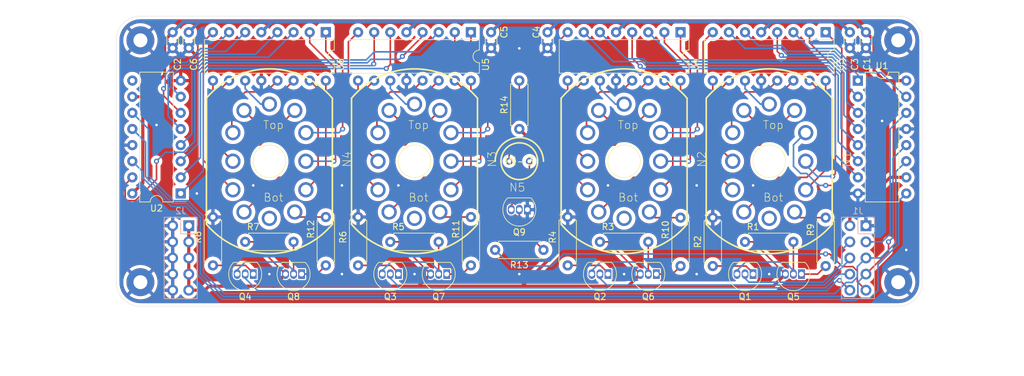
<source format=kicad_pcb>
(kicad_pcb (version 20211014) (generator pcbnew)
  (layers (0 "F.Cu" signal) (31 "B.Cu" signal) (34 "B.Paste" user) (35 "F.Paste" user) (36 "B.SilkS" user "B.Silkscreen") (37 "F.SilkS" user "F.Silkscreen") (38 "B.Mask" user) (39 "F.Mask" user) (44 "Edge.Cuts" user))
  (net 0 "")
  (net 1 "GND")
  (net 3 "Net-(Q1-Pad1)")
  (net 4 "Net-(Q2-Pad1)")
  (net 5 "Net-(N1-PadA)")
  (net 6 "Net-(N1-Pad9)")
  (net 7 "Net-(N1-Pad8)")
  (net 8 "Net-(N1-Pad7)")
  (net 9 "Net-(N1-Pad6)")
  (net 10 "Net-(N1-Pad5)")
  (net 11 "Net-(N1-Pad4)")
  (net 12 "Net-(N1-Pad3)")
  (net 13 "Net-(N1-Pad2)")
  (net 14 "Net-(N1-Pad1)")
  (net 15 "Net-(N1-Pad0)")
  (net 17 "Net-(N2-Pad1)")
  (net 18 "Net-(N2-Pad2)")
  (net 19 "Net-(N2-Pad3)")
  (net 20 "Net-(N2-Pad4)")
  (net 21 "Net-(N2-Pad5)")
  (net 22 "Net-(N2-Pad6)")
  (net 23 "Net-(N2-Pad7)")
  (net 24 "Net-(N2-Pad8)")
  (net 25 "Net-(N2-Pad9)")
  (net 26 "Net-(N2-Pad0)")
  (net 27 "Net-(U2-Pad15)")
  (net 28 "Net-(U2-Pad7)")
  (net 29 "Net-(U2-Pad6)")
  (net 30 "Net-(N2-PadA)")
  (net 31 "Net-(U2-Pad5)")
  (net 33 "Net-(U2-Pad4)")
  (net 34 "Net-(N3-Pad1)")
  (net 35 "Net-(U2-Pad3)")
  (net 36 "Net-(N3-Pad2)")
  (net 37 "Net-(U2-Pad2)")
  (net 38 "Net-(N3-Pad3)")
  (net 39 "Net-(U2-Pad1)")
  (net 40 "Net-(N3-PadA)")
  (net 41 "Net-(N3-Pad4)")
  (net 42 "Net-(N3-Pad5)")
  (net 43 "Net-(N3-Pad6)")
  (net 44 "Net-(N3-Pad7)")
  (net 45 "Net-(N3-Pad8)")
  (net 46 "Net-(N3-Pad9)")
  (net 48 "Net-(N4-Pad1)")
  (net 49 "Net-(N4-Pad2)")
  (net 50 "Net-(N3-Pad0)")
  (net 51 "Net-(N4-PadA)")
  (net 52 "Net-(N4-Pad3)")
  (net 53 "Net-(N4-Pad4)")
  (net 54 "Net-(N4-Pad5)")
  (net 55 "Net-(N4-Pad6)")
  (net 56 "Net-(N4-Pad7)")
  (net 57 "Net-(N4-Pad8)")
  (net 58 "Net-(N4-Pad9)")
  (net 59 "Net-(N4-Pad0)")
  (net 60 "+5V")
  (net 61 "Net-(Q1-Pad3)")
  (net 62 "Net-(Q2-Pad3)")
  (net 63 "Net-(Q3-Pad1)")
  (net 64 "Net-(Q3-Pad3)")
  (net 65 "Net-(Q4-Pad1)")
  (net 66 "Net-(Q4-Pad3)")
  (net 67 "Net-(Q5-Pad1)")
  (net 68 "Net-(Q6-Pad1)")
  (net 69 "Net-(Q7-Pad1)")
  (net 70 "Net-(Q8-Pad1)")
  (net 71 "Net-(U1-Pad15)")
  (net 72 "Net-(U1-Pad7)")
  (net 73 "Net-(U1-Pad6)")
  (net 74 "+170V")
  (net 75 "Net-(U1-Pad5)")
  (net 76 "EN1")
  (net 77 "Net-(U1-Pad4)")
  (net 78 "EN2")
  (net 79 "Net-(U1-Pad3)")
  (net 80 "EN3")
  (net 81 "Net-(U1-Pad2)")
  (net 82 "Net-(U1-Pad9)")
  (net 83 "Net-(U1-Pad1)")
  (net 84 "Net-(N5-PadK)")
  (net 85 "Net-(Q9-Pad2)")
  (net 86 "EN4")
  (net 88 "EN5")
  (net 89 "SRCLK")
  (net 90 "SER")
  (net 91 "Net-(N5-PadA)")
  (net 92 "RCLK")
  (footprint "nixie_clock:nixies-us-IN-12-DSUB" (layer "F.Cu") (at 152.4 99.06)
    (fp_text reference "N1")
    (fp_text value "IN-2")
  )
  (footprint "nixie_clock:nixies-us-IN-12-DSUB" (layer "F.Cu") (at 129.54 99.06)
    (fp_text reference "N2")
    (fp_text value "IN-2")
  )
  (footprint "nixie_clock:nixies-us-IN-12-DSUB" (layer "F.Cu") (at 96.52 99.06)
    (fp_text reference "N3")
    (fp_text value "IN-2")
  )
  (footprint "nixie_clock:nixies-us-IN-12-DSUB" (layer "F.Cu") (at 73.66 99.06)
    (fp_text reference "N4")
    (fp_text value "IN-2")
  )
  (footprint "Package_TO_SOT_THT:TO-92_Inline" (layer "F.Cu") (at 149.86 116.84 180)
    (fp_text reference "Q1")
    (fp_text value "MPSA42")
  )
  (footprint "Package_TO_SOT_THT:TO-92_Inline" (layer "F.Cu") (at 157.48 116.84 180)
    (fp_text reference "Q5")
    (fp_text value "MPSA92")
  )
  (footprint "Resistor_THT:R_Axial_DIN0207_L6.3mm_D2.5mm_P7.62mm_Horizontal" (layer "F.Cu") (at 143.51 115.57 90)
    (fp_text reference "R2")
    (fp_text value "10k")
  )
  (footprint "Resistor_THT:R_Axial_DIN0207_L6.3mm_D2.5mm_P7.62mm_Horizontal" (layer "F.Cu") (at 138.43 115.57 90)
    (fp_text reference "R10")
    (fp_text value "10k")
  )
  (footprint "Package_DIP:DIP-16_W7.62mm" (layer "F.Cu") (at 59.69 104.14 180)
    (fp_text reference "U2")
    (fp_text value "74HC595")
  )
  (footprint "Package_DIP:DIP-16_W7.62mm" (layer "F.Cu") (at 161.29 78.74 -90)
    (fp_text reference "U3")
    (fp_text value "74141")
  )
  (footprint "Package_DIP:DIP-16_W7.62mm" (layer "F.Cu") (at 138.43 78.74 -90)
    (fp_text reference "U4")
    (fp_text value "74141")
  )
  (footprint "Package_DIP:DIP-16_W7.62mm" (layer "F.Cu") (at 105.41 78.74 -90)
    (fp_text reference "U5")
    (fp_text value "74141")
  )
  (footprint "Package_DIP:DIP-16_W7.62mm" (layer "F.Cu") (at 82.55 78.74 -90)
    (fp_text reference "U6")
    (fp_text value "74141")
  )
  (footprint "Resistor_THT:R_Axial_DIN0207_L6.3mm_D2.5mm_P7.62mm_Horizontal" (layer "F.Cu") (at 116.84 113.03 180)
    (fp_text reference "R13")
    (fp_text value "47k")
  )
  (footprint "Resistor_THT:R_Axial_DIN0207_L6.3mm_D2.5mm_P7.62mm_Horizontal" (layer "F.Cu") (at 161.29 115.57 90)
    (fp_text reference "R9")
    (fp_text value "10k")
  )
  (footprint "Package_DIP:DIP-16_W7.62mm" (layer "F.Cu") (at 166.37 86.36)
    (fp_text reference "U1")
    (fp_text value "74HC595")
  )
  (footprint "Resistor_THT:R_Axial_DIN0207_L6.3mm_D2.5mm_P7.62mm_Horizontal" (layer "F.Cu") (at 148.59 111.76)
    (fp_text reference "R1")
    (fp_text value "100k")
  )
  (footprint "Package_TO_SOT_THT:TO-92_Inline" (layer "F.Cu") (at 114.3 106.68 180)
    (fp_text reference "Q9")
    (fp_text value "MPSA42")
  )
  (footprint "Package_TO_SOT_THT:TO-92_Inline" (layer "F.Cu") (at 78.74 116.84 180)
    (fp_text reference "Q8")
    (fp_text value "MPSA92")
  )
  (footprint "Resistor_THT:R_Axial_DIN0207_L6.3mm_D2.5mm_P7.62mm_Horizontal" (layer "F.Cu") (at 105.41 115.47 90)
    (fp_text reference "R11")
    (fp_text value "10k")
  )
  (footprint "Capacitor_THT:C_Disc_D3.0mm_W1.6mm_P2.50mm" (layer "F.Cu") (at 165.1 78.74 -90)
    (fp_text reference "C3")
    (fp_text value "0.1uF")
  )
  (footprint "Resistor_THT:R_Axial_DIN0207_L6.3mm_D2.5mm_P7.62mm_Horizontal" (layer "F.Cu") (at 64.77 115.47 90)
    (fp_text reference "R8")
    (fp_text value "10k")
  )
  (footprint "MountingHole:MountingHole_2.2mm_M2_Pad" (layer "F.Cu") (at 172.72 118.11)
    (fp_text reference "H2" hide)
    (fp_text value "MountingHole_Pad")
  )
  (footprint "Package_TO_SOT_THT:TO-92_Inline" (layer "F.Cu") (at 134.62 116.84 180)
    (fp_text reference "Q6")
    (fp_text value "MPSA92")
  )
  (footprint "Resistor_THT:R_Axial_DIN0207_L6.3mm_D2.5mm_P7.62mm_Horizontal" (layer "F.Cu") (at 92.71 111.76)
    (fp_text reference "R5")
    (fp_text value "100k")
  )
  (footprint "Capacitor_THT:C_Disc_D3.0mm_W1.6mm_P2.50mm" (layer "F.Cu") (at 167.64 78.74 -90)
    (fp_text reference "C1")
    (fp_text value "0.1uF")
  )
  (footprint "Capacitor_THT:C_Disc_D3.0mm_W1.6mm_P2.50mm" (layer "F.Cu") (at 117.475 78.74 -90)
    (fp_text reference "C4")
    (fp_text value "0.1uF")
  )
  (footprint "MountingHole:MountingHole_2.2mm_M2_Pad" (layer "F.Cu") (at 53.34 80.01)
    (fp_text reference "H4" hide)
    (fp_text value "MountingHole_Pad")
  )
  (footprint "MountingHole:MountingHole_2.2mm_M2_Pad" (layer "F.Cu") (at 53.34 118.11)
    (fp_text reference "H3" hide)
    (fp_text value "MountingHole_Pad")
  )
  (footprint "Resistor_THT:R_Axial_DIN0207_L6.3mm_D2.5mm_P7.62mm_Horizontal" (layer "F.Cu") (at 69.85 111.76)
    (fp_text reference "R7")
    (fp_text value "100k")
  )
  (footprint "Resistor_THT:R_Axial_DIN0207_L6.3mm_D2.5mm_P7.62mm_Horizontal" (layer "F.Cu") (at 87.63 115.47 90)
    (fp_text reference "R6")
    (fp_text value "10k")
  )
  (footprint "Package_TO_SOT_THT:TO-92_Inline" (layer "F.Cu") (at 101.6 116.84 180)
    (fp_text reference "Q7")
    (fp_text value "MPSA92")
  )
  (footprint "Resistor_THT:R_Axial_DIN0207_L6.3mm_D2.5mm_P7.62mm_Horizontal" (layer "F.Cu") (at 113.03 93.98 90)
    (fp_text reference "R14")
    (fp_text value "330k")
  )
  (footprint "Resistor_THT:R_Axial_DIN0207_L6.3mm_D2.5mm_P7.62mm_Horizontal" (layer "F.Cu") (at 125.73 111.76)
    (fp_text reference "R3")
    (fp_text value "100k")
  )
  (footprint "Package_TO_SOT_THT:TO-92_Inline" (layer "F.Cu") (at 93.98 116.84 180)
    (fp_text reference "Q3")
    (fp_text value "MPSA42")
  )
  (footprint "Package_TO_SOT_THT:TO-92_Inline" (layer "F.Cu") (at 127 116.84 180)
    (fp_text reference "Q2")
    (fp_text value "MPSA42")
  )
  (footprint "Package_TO_SOT_THT:TO-92_Inline" (layer "F.Cu") (at 71.12 116.84 180)
    (fp_text reference "Q4")
    (fp_text value "MPSA42")
  )
  (footprint "MountingHole:MountingHole_2.2mm_M2_Pad" (layer "F.Cu") (at 172.72 80.01)
    (fp_text reference "H1" hide)
    (fp_text value "MountingHole_Pad")
  )
  (footprint "nixies-us:nixies-us-IN-3" (layer "F.Cu") (at 113.03 99.06)
    (fp_text reference "N5")
    (fp_text value "IN-3")
  )
  (footprint "Capacitor_THT:C_Disc_D3.0mm_W1.6mm_P2.50mm" (layer "F.Cu") (at 58.42 78.74 -90)
    (fp_text reference "C2")
    (fp_text value "0.1uF")
  )
  (footprint "Capacitor_THT:C_Disc_D3.0mm_W1.6mm_P2.50mm" (layer "F.Cu") (at 60.96 78.74 -90)
    (fp_text reference "C6")
    (fp_text value "0.1uF")
  )
  (footprint "Resistor_THT:R_Axial_DIN0207_L6.3mm_D2.5mm_P7.62mm_Horizontal" (layer "F.Cu") (at 82.55 115.47 90)
    (fp_text reference "R12")
    (fp_text value "10k")
  )
  (footprint "Capacitor_THT:C_Disc_D3.0mm_W1.6mm_P2.50mm" (layer "F.Cu") (at 108.585 78.74 -90)
    (fp_text reference "C5")
    (fp_text value "0.1uF")
  )
  (footprint "Resistor_THT:R_Axial_DIN0207_L6.3mm_D2.5mm_P7.62mm_Horizontal" (layer "F.Cu") (at 120.65 115.47 90)
    (fp_text reference "R4")
    (fp_text value "10k")
  )
  (footprint "Connector_PinHeader_2.54mm:PinHeader_2x05_P2.54mm_Vertical" (layer "B.Cu") (at 167.64 109.22 180)
    (fp_text reference "J1")
    (fp_text value "Conn_02x05_Odd_Even")
  )
  (footprint "Connector_PinHeader_2.54mm:PinHeader_2x05_P2.54mm_Vertical" (layer "B.Cu") (at 60.96 109.22 180)
    (fp_text reference "J2")
    (fp_text value "Conn_02x05_Odd_Even")
  )
  (gr_line (start 172.72 76.2) (end 53.34 76.2) (layer "Edge.Cuts") (width 0.05))
  (gr_arc (start 53.34 121.92) (mid 50.645923 120.804077) (end 49.53 118.11) (layer "Edge.Cuts") (width 0.05))
  (gr_arc (start 49.53 80.01) (mid 50.645923 77.315923) (end 53.34 76.2) (layer "Edge.Cuts") (width 0.05))
  (gr_arc (start 172.72 76.2) (mid 175.414077 77.315923) (end 176.53 80.01) (layer "Edge.Cuts") (width 0.05))
  (gr_arc (start 176.53 118.11) (mid 175.414077 120.804077) (end 172.72 121.92) (layer "Edge.Cuts") (width 0.05))
  (gr_line (start 176.53 118.11) (end 176.53 80.01) (layer "Edge.Cuts") (width 0.05))
  (gr_line (start 53.34 121.92) (end 172.72 121.92) (layer "Edge.Cuts") (width 0.05))
  (gr_line (start 49.53 80.01) (end 49.53 118.11) (layer "Edge.Cuts") (width 0.05))
  (via (at 62.23 104.14) (size 0.8) (drill 0.4) (layers "F.Cu" "B.Cu") (net 1))
  (via (at 85.09 116.84) (size 0.8) (drill 0.4) (layers "F.Cu" "B.Cu") (net 1))
  (via (at 71.12 102.87) (size 0.8) (drill 0.4) (layers "F.Cu" "B.Cu") (net 1))
  (via (at 55.88 93.345) (size 0.8) (drill 0.4) (layers "F.Cu" "B.Cu") (net 1))
  (via (at 127 102.87) (size 0.8) (drill 0.4) (layers "F.Cu" "B.Cu") (net 1))
  (via (at 140.97 102.87) (size 0.8) (drill 0.4) (layers "F.Cu" "B.Cu") (net 1))
  (via (at 149.86 102.87) (size 0.8) (drill 0.4) (layers "F.Cu" "B.Cu") (net 1))
  (via (at 173.99 113.03) (size 0.8) (drill 0.4) (layers "F.Cu" "B.Cu") (net 1))
  (via (at 140.97 116.84) (size 0.8) (drill 0.4) (layers "F.Cu" "B.Cu") (net 1))
  (via (at 96.52 116.84) (size 0.8) (drill 0.4) (layers "F.Cu" "B.Cu") (net 1))
  (via (at 113.03 81.28) (size 0.8) (drill 0.4) (layers "F.Cu" "B.Cu") (net 1))
  (via (at 129.54 116.84) (size 0.8) (drill 0.4) (layers "F.Cu" "B.Cu") (net 1))
  (via (at 85.09 102.87) (size 0.8) (drill 0.4) (layers "F.Cu" "B.Cu") (net 1))
  (via (at 113.03 116.84) (size 0.8) (drill 0.4) (layers "F.Cu" "B.Cu") (net 1))
  (via (at 73.66 116.84) (size 0.8) (drill 0.4) (layers "F.Cu" "B.Cu") (net 1))
  (via (at 170.18 92.71) (size 0.8) (drill 0.4) (layers "F.Cu" "B.Cu") (net 1))
  (via (at 152.4 116.84) (size 0.8) (drill 0.4) (layers "F.Cu" "B.Cu") (net 1))
  (via (at 93.98 102.87) (size 0.8) (drill 0.4) (layers "F.Cu" "B.Cu") (net 1))
  (segment (start 149.86 116.683598) (end 149.86 116.84) (width 0.25) (layer "F.Cu") (net 3))
  (segment (start 148.746402 115.57) (end 149.86 116.683598) (width 0.25) (layer "F.Cu") (net 3))
  (segment (start 143.51 115.57) (end 148.746402 115.57) (width 0.25) (layer "F.Cu") (net 3))
  (segment (start 120.65 115.47) (end 125.786402 115.47) (width 0.25) (layer "F.Cu") (net 4))
  (segment (start 125.786402 115.47) (end 127 116.683598) (width 0.25) (layer "F.Cu") (net 4))
  (segment (start 127 116.683598) (end 127 116.84) (width 0.25) (layer "F.Cu") (net 4))
  (segment (start 161.29 107.95) (end 157.2895 107.95) (width 0.25) (layer "F.Cu") (net 5))
  (segment (start 157.2895 107.95) (end 156.39796 107.05846) (width 0.25) (layer "F.Cu") (net 5))
  (segment (start 162.814511 101.025205) (end 162.814511 84.458526) (width 0.25) (layer "F.Cu") (net 6))
  (segment (start 158.75 80.394015) (end 158.75 78.74) (width 0.25) (layer "F.Cu") (net 6))
  (segment (start 162.814511 84.458526) (end 158.75 80.394015) (width 0.25) (layer "F.Cu") (net 6))
  (segment (start 162.399858 101.439858) (end 162.814511 101.025205) (width 0.25) (layer "F.Cu") (net 6))
  (via (at 162.399858 101.439858) (size 0.8) (drill 0.4) (layers "F.Cu" "B.Cu") (net 6))
  (segment (start 159.951027 101.439858) (end 158.14802 99.636851) (width 0.25) (layer "B.Cu") (net 6))
  (segment (start 162.399858 101.439858) (end 159.951027 101.439858) (width 0.25) (layer "B.Cu") (net 6))
  (segment (start 158.14802 99.636851) (end 158.14802 99.06) (width 0.25) (layer "B.Cu") (net 6))
  (segment (start 163.83 101.6) (end 163.83 81.28) (width 0.25) (layer "F.Cu") (net 7))
  (segment (start 161.29 102.87) (end 162.56 102.87) (width 0.25) (layer "F.Cu") (net 7))
  (segment (start 163.83 81.28) (end 161.29 78.74) (width 0.25) (layer "F.Cu") (net 7))
  (segment (start 162.56 102.87) (end 163.83 101.6) (width 0.25) (layer "F.Cu") (net 7))
  (via (at 161.29 102.87) (size 0.8) (drill 0.4) (layers "F.Cu" "B.Cu") (net 7))
  (segment (start 156.224629 96.485051) (end 158.14802 94.56166) (width 0.25) (layer "B.Cu") (net 7))
  (segment (start 161.29 102.87) (end 160.179767 102.87) (width 0.25) (layer "B.Cu") (net 7))
  (segment (start 157.351324 100.983391) (end 156.224629 99.856696) (width 0.25) (layer "B.Cu") (net 7))
  (segment (start 160.179767 102.87) (end 158.293158 100.983391) (width 0.25) (layer "B.Cu") (net 7))
  (segment (start 156.224629 99.856696) (end 156.224629 96.485051) (width 0.25) (layer "B.Cu") (net 7))
  (segment (start 158.293158 100.983391) (end 157.351324 100.983391) (width 0.25) (layer "B.Cu") (net 7))
  (segment (start 145.890233 96.52) (end 150.9395 96.52) (width 0.25) (layer "F.Cu") (net 8))
  (segment (start 144.728589 95.358356) (end 145.890233 96.52) (width 0.25) (layer "F.Cu") (net 8))
  (segment (start 146.05 86.36) (end 144.728589 87.681411) (width 0.25) (layer "F.Cu") (net 8))
  (segment (start 150.9395 96.52) (end 156.39796 91.06154) (width 0.25) (layer "F.Cu") (net 8))
  (segment (start 144.728589 87.681411) (end 144.728589 95.358356) (width 0.25) (layer "F.Cu") (net 8))
  (segment (start 148.59 87.63) (end 151.02078 90.06078) (width 0.25) (layer "B.Cu") (net 9))
  (segment (start 151.02078 90.06078) (end 152.4 90.06078) (width 0.25) (layer "B.Cu") (net 9))
  (segment (start 148.59 86.36) (end 148.59 87.63) (width 0.25) (layer "B.Cu") (net 9))
  (segment (start 154.432 90.748867) (end 154.432 88.138) (width 0.25) (layer "F.Cu") (net 10))
  (segment (start 148.40204 91.06154) (end 149.60092 92.26042) (width 0.25) (layer "F.Cu") (net 10))
  (segment (start 152.920447 92.26042) (end 154.432 90.748867) (width 0.25) (layer "F.Cu") (net 10))
  (segment (start 149.60092 92.26042) (end 152.920447 92.26042) (width 0.25) (layer "F.Cu") (net 10))
  (segment (start 154.432 88.138) (end 156.21 86.36) (width 0.25) (layer "F.Cu") (net 10))
  (segment (start 151.892611 88.137389) (end 153.67 86.36) (width 0.25) (layer "F.Cu") (net 11))
  (segment (start 146.478649 94.388329) (end 146.478649 90.264844) (width 0.25) (layer "F.Cu") (net 11))
  (segment (start 148.606104 88.137389) (end 151.892611 88.137389) (width 0.25) (layer "F.Cu") (net 11))
  (segment (start 146.478649 90.264844) (end 148.606104 88.137389) (width 0.25) (layer "F.Cu") (net 11))
  (segment (start 146.65198 94.56166) (end 146.478649 94.388329) (width 0.25) (layer "F.Cu") (net 11))
  (segment (start 143.51 86.36) (end 143.51 95.91802) (width 0.25) (layer "F.Cu") (net 12))
  (segment (start 143.51 95.91802) (end 146.65198 99.06) (width 0.25) (layer "F.Cu") (net 12))
  (segment (start 143.51 78.74) (end 141.985489 80.264511) (width 0.25) (layer "F.Cu") (net 13))
  (segment (start 141.985489 86.991474) (end 142.66048 87.666465) (width 0.25) (layer "F.Cu") (net 13))
  (segment (start 142.66048 87.666465) (end 142.66048 99.56684) (width 0.25) (layer "F.Cu") (net 13))
  (segment (start 141.985489 80.264511) (end 141.985489 86.991474) (width 0.25) (layer "F.Cu") (net 13))
  (segment (start 142.66048 99.56684) (end 146.65198 103.55834) (width 0.25) (layer "F.Cu") (net 13))
  (segment (start 160.071411 99.856696) (end 158.328107 101.6) (width 0.25) (layer "F.Cu") (net 14))
  (segment (start 160.071411 87.681411) (end 160.071411 99.856696) (width 0.25) (layer "F.Cu") (net 14))
  (segment (start 153.8605 101.6) (end 148.40204 107.05846) (width 0.25) (layer "F.Cu") (net 14))
  (segment (start 158.75 86.36) (end 160.071411 87.681411) (width 0.25) (layer "F.Cu") (net 14))
  (segment (start 158.328107 101.6) (end 153.8605 101.6) (width 0.25) (layer "F.Cu") (net 14))
  (segment (start 161.29 86.36) (end 161.29 100.41636) (width 0.25) (layer "F.Cu") (net 15))
  (segment (start 161.29 100.41636) (end 158.14802 103.55834) (width 0.25) (layer "F.Cu") (net 15))
  (segment (start 135.468107 101.6) (end 131.0005 101.6) (width 0.25) (layer "F.Cu") (net 17))
  (segment (start 137.211411 99.856696) (end 135.468107 101.6) (width 0.25) (layer "F.Cu") (net 17))
  (segment (start 131.0005 101.6) (end 125.54204 107.05846) (width 0.25) (layer "F.Cu") (net 17))
  (segment (start 135.89 86.36) (end 137.211411 87.681411) (width 0.25) (layer "F.Cu") (net 17))
  (segment (start 137.211411 87.681411) (end 137.211411 99.856696) (width 0.25) (layer "F.Cu") (net 17))
  (segment (start 120.65 78.74) (end 119.125489 80.264511) (width 0.25) (layer "F.Cu") (net 18))
  (segment (start 119.125489 80.264511) (end 119.125489 98.891849) (width 0.25) (layer "F.Cu") (net 18))
  (segment (start 119.125489 98.891849) (end 123.79198 103.55834) (width 0.25) (layer "F.Cu") (net 18))
  (segment (start 120.65 86.36) (end 120.65 95.91802) (width 0.25) (layer "F.Cu") (net 19))
  (segment (start 120.65 95.91802) (end 123.79198 99.06) (width 0.25) (layer "F.Cu") (net 19))
  (segment (start 123.79198 94.56166) (end 123.618649 94.388329) (width 0.25) (layer "F.Cu") (net 20))
  (segment (start 129.032611 88.137389) (end 130.81 86.36) (width 0.25) (layer "F.Cu") (net 20))
  (segment (start 123.618649 94.388329) (end 123.618649 90.264844) (width 0.25) (layer "F.Cu") (net 20))
  (segment (start 125.746104 88.137389) (end 129.032611 88.137389) (width 0.25) (layer "F.Cu") (net 20))
  (segment (start 123.618649 90.264844) (end 125.746104 88.137389) (width 0.25) (layer "F.Cu") (net 20))
  (segment (start 131.633993 90.686874) (end 131.633993 88.076007) (width 0.25) (layer "F.Cu") (net 21))
  (segment (start 125.54204 91.06154) (end 126.74092 92.26042) (width 0.25) (layer "F.Cu") (net 21))
  (segment (start 126.74092 92.26042) (end 130.060447 92.26042) (width 0.25) (layer "F.Cu") (net 21))
  (segment (start 131.633993 88.076007) (end 133.35 86.36) (width 0.25) (layer "F.Cu") (net 21))
  (segment (start 130.060447 92.26042) (end 131.633993 90.686874) (width 0.25) (layer "F.Cu") (net 21))
  (segment (start 128.16078 90.06078) (end 125.73 87.63) (width 0.25) (layer "B.Cu") (net 22))
  (segment (start 129.54 90.06078) (end 128.16078 90.06078) (width 0.25) (layer "B.Cu") (net 22))
  (segment (start 125.73 87.63) (end 125.73 86.36) (width 0.25) (layer "B.Cu") (net 22))
  (segment (start 123.19 86.36) (end 121.868589 87.681411) (width 0.25) (layer "F.Cu") (net 23))
  (segment (start 123.030233 96.52) (end 128.0795 96.52) (width 0.25) (layer "F.Cu") (net 23))
  (segment (start 128.0795 96.52) (end 133.53796 91.06154) (width 0.25) (layer "F.Cu") (net 23))
  (segment (start 121.868589 95.358356) (end 123.030233 96.52) (width 0.25) (layer "F.Cu") (net 23))
  (segment (start 121.868589 87.681411) (end 121.868589 95.358356) (width 0.25) (layer "F.Cu") (net 23))
  (segment (start 138.43 81.732613) (end 141.079011 84.381624) (width 0.25) (layer "F.Cu") (net 24))
  (segment (start 138.43 78.74) (end 138.43 81.732613) (width 0.25) (layer "F.Cu") (net 24))
  (segment (start 141.079011 84.381624) (end 141.079011 93.98) (width 0.25) (layer "F.Cu") (net 24))
  (via (at 141.079011 93.98) (size 0.8) (drill 0.4) (layers "F.Cu" "B.Cu") (net 24))
  (segment (start 141.079011 93.98) (end 140.497351 94.56166) (width 0.25) (layer "B.Cu") (net 24))
  (segment (start 140.497351 94.56166) (end 135.28802 94.56166) (width 0.25) (layer "B.Cu") (net 24))
  (segment (start 139.954511 98.805489) (end 139.7 99.06) (width 0.25) (layer "F.Cu") (net 25))
  (segment (start 135.89 78.74) (end 135.89 80.394015) (width 0.25) (layer "F.Cu") (net 25))
  (segment (start 139.954511 84.458526) (end 139.954511 98.805489) (width 0.25) (layer "F.Cu") (net 25))
  (segment (start 135.89 80.394015) (end 139.954511 84.458526) (width 0.25) (layer "F.Cu") (net 25))
  (via (at 139.7 99.06) (size 0.8) (drill 0.4) (layers "F.Cu" "B.Cu") (net 25))
  (segment (start 139.7 99.06) (end 135.28802 99.06) (width 0.25) (layer "B.Cu") (net 25))
  (segment (start 138.43 86.36) (end 138.43 100.41636) (width 0.25) (layer "F.Cu") (net 26))
  (segment (start 138.43 100.41636) (end 135.28802 103.55834) (width 0.25) (layer "F.Cu") (net 26))
  (segment (start 55.88 99.06) (end 55.88 101.9203) (width 0.25) (layer "F.Cu") (net 27))
  (segment (start 50.945489 104.920489) (end 50.945489 102.724511) (width 0.25) (layer "F.Cu") (net 27))
  (segment (start 55.88 101.9203) (end 52.535789 105.264511) (width 0.25) (layer "F.Cu") (net 27))
  (segment (start 50.945489 102.724511) (end 52.07 101.6) (width 0.25) (layer "F.Cu") (net 27))
  (segment (start 51.289511 105.264511) (end 50.945489 104.920489) (width 0.25) (layer "F.Cu") (net 27))
  (segment (start 52.535789 105.264511) (end 51.289511 105.264511) (width 0.25) (layer "F.Cu") (net 27))
  (via (at 55.88 99.06) (size 0.8) (drill 0.4) (layers "F.Cu" "B.Cu") (net 27))
  (segment (start 63.576407 83.10644) (end 88.9 83.10644) (width 0.25) (layer "B.Cu") (net 27))
  (segment (start 57.295489 97.644511) (end 60.155789 97.644511) (width 0.25) (layer "B.Cu") (net 27))
  (segment (start 55.88 99.06) (end 57.295489 97.644511) (width 0.25) (layer "B.Cu") (net 27))
  (segment (start 97.244511 81.825489) (end 100.33 78.74) (width 0.25) (layer "B.Cu") (net 27))
  (segment (start 61.896929 95.903371) (end 61.896929 84.78592) (width 0.25) (layer "B.Cu") (net 27))
  (segment (start 60.155789 97.644511) (end 61.896929 95.903371) (width 0.25) (layer "B.Cu") (net 27))
  (segment (start 88.9 83.10644) (end 90.180951 81.825489) (width 0.25) (layer "B.Cu") (net 27))
  (segment (start 61.896929 84.78592) (end 63.576407 83.10644) (width 0.25) (layer "B.Cu") (net 27))
  (segment (start 90.180951 81.825489) (end 97.244511 81.825489) (width 0.25) (layer "B.Cu") (net 27))
  (segment (start 71.4626 82.2074) (end 63.204011 82.207401) (width 0.25) (layer "B.Cu") (net 28))
  (segment (start 58.165489 87.375489) (end 59.69 88.9) (width 0.25) (layer "B.Cu") (net 28))
  (segment (start 60.997889 84.413526) (end 59.480489 84.413526) (width 0.25) (layer "B.Cu") (net 28))
  (segment (start 74.93 78.74) (end 71.4626 82.2074) (width 0.25) (layer "B.Cu") (net 28))
  (segment (start 63.204011 82.207401) (end 60.997889 84.413526) (width 0.25) (layer "B.Cu") (net 28))
  (segment (start 59.480489 84.413526) (end 58.165489 85.728526) (width 0.25) (layer "B.Cu") (net 28))
  (segment (start 58.165489 85.728526) (end 58.165489 87.375489) (width 0.25) (layer "B.Cu") (net 28))
  (segment (start 56.991469 87.63) (end 56.991469 88.741469) (width 0.25) (layer "F.Cu") (net 29))
  (segment (start 56.991469 88.741469) (end 59.69 91.44) (width 0.25) (layer "F.Cu") (net 29))
  (via (at 56.991469 87.63) (size 0.8) (drill 0.4) (layers "F.Cu" "B.Cu") (net 29))
  (segment (start 62.831616 81.308362) (end 64.741638 81.308362) (width 0.25) (layer "B.Cu") (net 29))
  (segment (start 56.991469 87.63) (end 57.266449 87.35502) (width 0.25) (layer "B.Cu") (net 29))
  (segment (start 57.266449 85.356132) (end 59.108095 83.514486) (width 0.25) (layer "B.Cu") (net 29))
  (segment (start 64.741638 81.308362) (end 67.31 78.74) (width 0.25) (layer "B.Cu") (net 29))
  (segment (start 59.108095 83.514486) (end 60.625491 83.514486) (width 0.25) (layer "B.Cu") (net 29))
  (segment (start 60.625491 83.514486) (end 62.831616 81.308362) (width 0.25) (layer "B.Cu") (net 29))
  (segment (start 57.266449 87.35502) (end 57.266449 85.356132) (width 0.25) (layer "B.Cu") (net 29))
  (segment (start 134.4295 107.95) (end 133.53796 107.05846) (width 0.25) (layer "F.Cu") (net 30))
  (segment (start 138.43 107.95) (end 134.4295 107.95) (width 0.25) (layer "F.Cu") (net 30))
  (segment (start 69.85 78.74) (end 66.832119 81.757881) (width 0.25) (layer "B.Cu") (net 31))
  (segment (start 57.715969 85.542329) (end 57.715969 92.005969) (width 0.25) (layer "B.Cu") (net 31))
  (segment (start 63.017813 81.757882) (end 60.811689 83.964006) (width 0.25) (layer "B.Cu") (net 31))
  (segment (start 60.811689 83.964006) (end 59.294292 83.964006) (width 0.25) (layer "B.Cu") (net 31))
  (segment (start 57.715969 92.005969) (end 59.69 93.98) (width 0.25) (layer "B.Cu") (net 31))
  (segment (start 66.832119 81.757881) (end 63.017813 81.757882) (width 0.25) (layer "B.Cu") (net 31))
  (segment (start 59.294292 83.964006) (end 57.715969 85.542329) (width 0.25) (layer "B.Cu") (net 31))
  (segment (start 61.447409 84.599723) (end 63.390209 82.65692) (width 0.25) (layer "B.Cu") (net 33))
  (segment (start 61.447409 84.599723) (end 61.447409 94.762591) (width 0.25) (layer "B.Cu") (net 33))
  (segment (start 77.47 78.74) (end 73.55308 82.65692) (width 0.25) (layer "B.Cu") (net 33))
  (segment (start 61.447409 94.762591) (end 59.69 96.52) (width 0.25) (layer "B.Cu") (net 33))
  (segment (start 73.55308 82.65692) (end 63.390209 82.65692) (width 0.25) (layer "B.Cu") (net 33))
  (segment (start 102.448107 101.6) (end 97.9805 101.6) (width 0.25) (layer "F.Cu") (net 34))
  (segment (start 102.87 86.36) (end 104.191411 87.681411) (width 0.25) (layer "F.Cu") (net 34))
  (segment (start 104.191411 87.681411) (end 104.191411 99.856696) (width 0.25) (layer "F.Cu") (net 34))
  (segment (start 97.9805 101.6) (end 92.52204 107.05846) (width 0.25) (layer "F.Cu") (net 34))
  (segment (start 104.191411 99.856696) (end 102.448107 101.6) (width 0.25) (layer "F.Cu") (net 34))
  (segment (start 97.79 79.375) (end 97.79 78.74) (width 0.25) (layer "F.Cu") (net 35))
  (segment (start 94.615 82.55) (end 97.79 79.375) (width 0.25) (layer "F.Cu") (net 35))
  (via (at 94.615 82.55) (size 0.8) (drill 0.4) (layers "F.Cu" "B.Cu") (net 35))
  (segment (start 62.346449 96.403551) (end 59.69 99.06) (width 0.25) (layer "B.Cu") (net 35))
  (segment (start 63.762604 83.55596) (end 89.086198 83.55596) (width 0.25) (layer "B.Cu") (net 35))
  (segment (start 63.762604 83.55596) (end 62.346449 84.972117) (width 0.25) (layer "B.Cu") (net 35))
  (segment (start 94.615 82.55) (end 94.159011 83.005989) (width 0.25) (layer "B.Cu") (net 35))
  (segment (start 62.346449 84.972117) (end 62.346449 96.403551) (width 0.25) (layer "B.Cu") (net 35))
  (segment (start 89.636169 83.005989) (end 89.086198 83.55596) (width 0.25) (layer "B.Cu") (net 35))
  (segment (start 94.159011 83.005989) (end 89.636169 83.005989) (width 0.25) (layer "B.Cu") (net 35))
  (segment (start 86.78048 99.56684) (end 90.77198 103.55834) (width 0.25) (layer "F.Cu") (net 36))
  (segment (start 87.63 78.74) (end 86.105489 80.264511) (width 0.25) (layer "F.Cu") (net 36))
  (segment (start 86.105489 86.991474) (end 86.78048 87.666465) (width 0.25) (layer "F.Cu") (net 36))
  (segment (start 86.105489 80.264511) (end 86.105489 86.991474) (width 0.25) (layer "F.Cu") (net 36))
  (segment (start 86.78048 87.666465) (end 86.78048 99.56684) (width 0.25) (layer "F.Cu") (net 36))
  (segment (start 90.17 83.658745) (end 90.17 78.74) (width 0.25) (layer "F.Cu") (net 37))
  (segment (start 90.098245 83.7305) (end 90.17 83.658745) (width 0.25) (layer "F.Cu") (net 37))
  (via (at 90.098245 83.7305) (size 0.8) (drill 0.4) (layers "F.Cu" "B.Cu") (net 37))
  (segment (start 62.795969 98.494031) (end 59.69 101.6) (width 0.25) (layer "B.Cu") (net 37))
  (segment (start 63.948802 84.00548) (end 62.795969 85.158314) (width 0.25) (layer "B.Cu") (net 37))
  (segment (start 62.795969 85.158314) (end 62.795969 98.494031) (width 0.25) (layer "B.Cu") (net 37))
  (segment (start 90.098245 83.7305) (end 89.823265 84.00548) (width 0.25) (layer "B.Cu") (net 37))
  (segment (start 89.823265 84.00548) (end 63.948802 84.00548) (width 0.25) (layer "B.Cu") (net 37))
  (segment (start 87.63 95.992727) (end 90.697273 99.06) (width 0.25) (layer "F.Cu") (net 38))
  (segment (start 90.697273 99.06) (end 90.77198 99.06) (width 0.25) (layer "F.Cu") (net 38))
  (segment (start 87.63 86.36) (end 87.63 95.992727) (width 0.25) (layer "F.Cu") (net 38))
  (segment (start 92.075 84.455) (end 92.71 83.82) (width 0.25) (layer "F.Cu") (net 39))
  (segment (start 92.71 83.82) (end 92.71 78.74) (width 0.25) (layer "F.Cu") (net 39))
  (via (at 92.075 84.455) (size 0.8) (drill 0.4) (layers "F.Cu" "B.Cu") (net 39))
  (segment (start 92.075 84.455) (end 64.135 84.455) (width 0.25) (layer "B.Cu") (net 39))
  (segment (start 63.245489 100.584511) (end 59.69 104.14) (width 0.25) (layer "B.Cu") (net 39))
  (segment (start 64.135 84.455) (end 63.245489 85.344511) (width 0.25) (layer "B.Cu") (net 39))
  (segment (start 63.245489 85.344511) (end 63.245489 100.584511) (width 0.25) (layer "B.Cu") (net 39))
  (segment (start 101.3095 107.85) (end 105.41 107.85) (width 0.25) (layer "F.Cu") (net 40))
  (segment (start 100.51796 107.05846) (end 101.3095 107.85) (width 0.25) (layer "F.Cu") (net 40))
  (segment (start 90.598649 94.388329) (end 90.598649 90.264844) (width 0.25) (layer "F.Cu") (net 41))
  (segment (start 96.012611 88.137389) (end 97.79 86.36) (width 0.25) (layer "F.Cu") (net 41))
  (segment (start 92.726104 88.137389) (end 96.012611 88.137389) (width 0.25) (layer "F.Cu") (net 41))
  (segment (start 90.77198 94.56166) (end 90.598649 94.388329) (width 0.25) (layer "F.Cu") (net 41))
  (segment (start 90.598649 90.264844) (end 92.726104 88.137389) (width 0.25) (layer "F.Cu") (net 41))
  (segment (start 97.040447 92.26042) (end 98.594569 90.706298) (width 0.25) (layer "F.Cu") (net 42))
  (segment (start 93.72092 92.26042) (end 97.040447 92.26042) (width 0.25) (layer "F.Cu") (net 42))
  (segment (start 98.594569 90.706298) (end 98.594569 88.095431) (width 0.25) (layer "F.Cu") (net 42))
  (segment (start 98.594569 88.095431) (end 100.33 86.36) (width 0.25) (layer "F.Cu") (net 42))
  (segment (start 92.52204 91.06154) (end 93.72092 92.26042) (width 0.25) (layer "F.Cu") (net 42))
  (segment (start 92.71 87.63) (end 95.14078 90.06078) (width 0.25) (layer "B.Cu") (net 43))
  (segment (start 92.71 86.36) (end 92.71 87.63) (width 0.25) (layer "B.Cu") (net 43))
  (segment (start 95.14078 90.06078) (end 96.52 90.06078) (width 0.25) (layer "B.Cu") (net 43))
  (segment (start 95.094449 96.485051) (end 100.51796 91.06154) (width 0.25) (layer "F.Cu") (net 44))
  (segment (start 88.848589 95.358356) (end 89.975284 96.485051) (width 0.25) (layer "F.Cu") (net 44))
  (segment (start 89.975284 96.485051) (end 95.094449 96.485051) (width 0.25) (layer "F.Cu") (net 44))
  (segment (start 90.17 86.36) (end 88.848589 87.681411) (width 0.25) (layer "F.Cu") (net 44))
  (segment (start 88.848589 87.681411) (end 88.848589 95.358356) (width 0.25) (layer "F.Cu") (net 44))
  (segment (start 105.41 78.74) (end 105.41 81.732613) (width 0.25) (layer "F.Cu") (net 45))
  (segment (start 108.059011 84.381624) (end 108.059011 93.98) (width 0.25) (layer "F.Cu") (net 45))
  (segment (start 105.41 81.732613) (end 108.059011 84.381624) (width 0.25) (layer "F.Cu") (net 45))
  (via (at 108.059011 93.98) (size 0.8) (drill 0.4) (layers "F.Cu" "B.Cu") (net 45))
  (segment (start 108.059011 93.98) (end 107.477351 94.56166) (width 0.25) (layer "B.Cu") (net 45))
  (segment (start 107.477351 94.56166) (end 102.26802 94.56166) (width 0.25) (layer "B.Cu") (net 45))
  (segment (start 106.934511 84.458526) (end 106.934511 98.805489) (width 0.25) (layer "F.Cu") (net 46))
  (segment (start 102.87 80.394015) (end 106.934511 84.458526) (width 0.25) (layer "F.Cu") (net 46))
  (segment (start 106.934511 98.805489) (end 106.68 99.06) (width 0.25) (layer "F.Cu") (net 46))
  (segment (start 102.87 78.74) (end 102.87 80.394015) (width 0.25) (layer "F.Cu") (net 46))
  (via (at 106.68 99.06) (size 0.8) (drill 0.4) (layers "F.Cu" "B.Cu") (net 46))
  (segment (start 106.68 99.06) (end 102.26802 99.06) (width 0.25) (layer "B.Cu") (net 46))
  (segment (start 81.331411 87.681411) (end 81.331411 99.856696) (width 0.25) (layer "F.Cu") (net 48))
  (segment (start 80.01 86.36) (end 81.331411 87.681411) (width 0.25) (layer "F.Cu") (net 48))
  (segment (start 81.331411 99.856696) (end 79.588107 101.6) (width 0.25) (layer "F.Cu") (net 48))
  (segment (start 79.588107 101.6) (end 75.1205 101.6) (width 0.25) (layer "F.Cu") (net 48))
  (segment (start 75.1205 101.6) (end 69.66204 107.05846) (width 0.25) (layer "F.Cu") (net 48))
  (segment (start 64.77 78.74) (end 63.245489 80.264511) (width 0.25) (layer "F.Cu") (net 49))
  (segment (start 63.245489 80.264511) (end 63.245489 98.891849) (width 0.25) (layer "F.Cu") (net 49))
  (segment (start 63.245489 98.891849) (end 67.91198 103.55834) (width 0.25) (layer "F.Cu") (net 49))
  (segment (start 105.41 86.36) (end 105.41 100.41636) (width 0.25) (layer "F.Cu") (net 50))
  (segment (start 105.41 100.41636) (end 102.26802 103.55834) (width 0.25) (layer "F.Cu") (net 50))
  (segment (start 78.4495 107.85) (end 82.55 107.85) (width 0.25) (layer "F.Cu") (net 51))
  (segment (start 77.65796 107.05846) (end 78.4495 107.85) (width 0.25) (layer "F.Cu") (net 51))
  (segment (start 64.77 86.36) (end 64.77 95.91802) (width 0.25) (layer "F.Cu") (net 52))
  (segment (start 64.77 95.91802) (end 67.91198 99.06) (width 0.25) (layer "F.Cu") (net 52))
  (segment (start 69.866104 88.137389) (end 73.152611 88.137389) (width 0.25) (layer "F.Cu") (net 53))
  (segment (start 67.91198 94.56166) (end 67.738649 94.388329) (width 0.25) (layer "F.Cu") (net 53))
  (segment (start 73.152611 88.137389) (end 74.93 86.36) (width 0.25) (layer "F.Cu") (net 53))
  (segment (start 67.738649 94.388329) (end 67.738649 90.264844) (width 0.25) (layer "F.Cu") (net 53))
  (segment (start 67.738649 90.264844) (end 69.866104 88.137389) (width 0.25) (layer "F.Cu") (net 53))
  (segment (start 74.180447 92.26042) (end 75.734569 90.706298) (width 0.25) (layer "F.Cu") (net 54))
  (segment (start 75.734569 88.095431) (end 77.47 86.36) (width 0.25) (layer "F.Cu") (net 54))
  (segment (start 70.86092 92.26042) (end 74.180447 92.26042) (width 0.25) (layer "F.Cu") (net 54))
  (segment (start 75.734569 90.706298) (end 75.734569 88.095431) (width 0.25) (layer "F.Cu") (net 54))
  (segment (start 69.66204 91.06154) (end 70.86092 92.26042) (width 0.25) (layer "F.Cu") (net 54))
  (segment (start 72.28078 90.06078) (end 73.66 90.06078) (width 0.25) (layer "B.Cu") (net 55))
  (segment (start 69.85 87.63) (end 72.28078 90.06078) (width 0.25) (layer "B.Cu") (net 55))
  (segment (start 69.85 86.36) (end 69.85 87.63) (width 0.25) (layer "B.Cu") (net 55))
  (segment (start 67.115284 96.485051) (end 72.234449 96.485051) (width 0.25) (layer "F.Cu") (net 56))
  (segment (start 72.234449 96.485051) (end 77.65796 91.06154) (width 0.25) (layer "F.Cu") (net 56))
  (segment (start 65.988589 95.358356) (end 67.115284 96.485051) (width 0.25) (layer "F.Cu") (net 56))
  (segment (start 65.988589 87.681411) (end 65.988589 95.358356) (width 0.25) (layer "F.Cu") (net 56))
  (segment (start 67.31 86.36) (end 65.988589 87.681411) (width 0.25) (layer "F.Cu") (net 56))
  (segment (start 85.199011 84.381624) (end 85.199011 93.98) (width 0.25) (layer "F.Cu") (net 57))
  (segment (start 82.55 81.732613) (end 85.199011 84.381624) (width 0.25) (layer "F.Cu") (net 57))
  (segment (start 82.55 78.74) (end 82.55 81.732613) (width 0.25) (layer "F.Cu") (net 57))
  (via (at 85.199011 93.98) (size 0.8) (drill 0.4) (layers "F.Cu" "B.Cu") (net 57))
  (segment (start 84.617351 94.56166) (end 79.40802 94.56166) (width 0.25) (layer "B.Cu") (net 57))
  (segment (start 85.199011 93.98) (end 84.617351 94.56166) (width 0.25) (layer "B.Cu") (net 57))
  (segment (start 80.01 80.394015) (end 84.074511 84.458526) (width 0.25) (layer "F.Cu") (net 58))
  (segment (start 80.01 78.74) (end 80.01 80.394015) (width 0.25) (layer "F.Cu") (net 58))
  (segment (start 84.074511 84.458526) (end 84.074511 98.805489) (width 0.25) (layer "F.Cu") (net 58))
  (segment (start 84.074511 98.805489) (end 83.82 99.06) (width 0.25) (layer "F.Cu") (net 58))
  (via (at 83.82 99.06) (size 0.8) (drill 0.4) (layers "F.Cu" "B.Cu") (net 58))
  (segment (start 83.82 99.06) (end 79.40802 99.06) (width 0.25) (layer "B.Cu") (net 58))
  (segment (start 82.55 100.41636) (end 79.40802 103.55834) (width 0.25) (layer "F.Cu") (net 59))
  (segment (start 82.55 86.36) (end 82.55 100.41636) (width 0.25) (layer "F.Cu") (net 59))
  (segment (start 172.212 101.6) (end 173.99 101.6) (width 0.5) (layer "F.Cu") (net 60))
  (segment (start 172.085 101.473) (end 172.212 101.6) (width 0.5) (layer "F.Cu") (net 60))
  (segment (start 53.719511 102.490489) (end 53.719511 88.9) (width 0.5) (layer "F.Cu") (net 60))
  (segment (start 171.45 101.6) (end 165.1 107.95) (width 0.5) (layer "F.Cu") (net 60))
  (segment (start 165.1 107.95) (end 165.1 109.22) (width 0.5) (layer "F.Cu") (net 60))
  (segment (start 57.15 80.01) (end 58.42 78.74) (width 0.5) (layer "F.Cu") (net 60))
  (segment (start 172.212 101.6) (end 171.45 101.6) (width 0.5) (layer "F.Cu") (net 60))
  (segment (start 172.085 86.36) (end 170.4975 86.36) (width 0.5) (layer "F.Cu") (net 60))
  (segment (start 57.15 85.469511) (end 57.15 80.01) (width 0.5) (layer "F.Cu") (net 60))
  (segment (start 168.91 84.7725) (end 168.91 80.01) (width 0.5) (layer "F.Cu") (net 60))
  (segment (start 52.07 88.9) (end 53.719511 88.9) (width 0.5) (layer "F.Cu") (net 60))
  (segment (start 172.085 86.36) (end 172.085 101.473) (width 0.5) (layer "F.Cu") (net 60))
  (segment (start 53.719511 88.9) (end 57.15 85.469511) (width 0.5) (layer "F.Cu") (net 60))
  (segment (start 170.4975 86.36) (end 168.91 84.7725) (width 0.5) (layer "F.Cu") (net 60))
  (segment (start 52.07 104.14) (end 53.719511 102.490489) (width 0.5) (layer "F.Cu") (net 60))
  (segment (start 172.085 86.36) (end 173.99 86.36) (width 0.5) (layer "F.Cu") (net 60))
  (segment (start 168.91 80.01) (end 167.64 78.74) (width 0.5) (layer "F.Cu") (net 60))
  (segment (start 110.110489 77.214511) (end 110.110489 77.090489) (width 0.5) (layer "B.Cu") (net 60))
  (segment (start 74.039511 77.090489) (end 165.990489 77.090489) (width 0.5) (layer "B.Cu") (net 60))
  (segment (start 119.000489 77.214511) (end 119.000489 77.090489) (width 0.5) (layer "B.Cu") (net 60))
  (segment (start 60.96 78.74) (end 62.609511 77.090489) (width 0.5) (layer "B.Cu") (net 60))
  (segment (start 165.990489 77.090489) (end 167.64 78.74) (width 0.5) (layer "B.Cu") (net 60))
  (segment (start 151.13 78.74) (end 152.779511 77.090489) (width 0.5) (layer "B.Cu") (net 60))
  (segment (start 129.919511 77.090489) (end 128.27 78.74) (width 0.5) (layer "B.Cu") (net 60))
  (segment (start 60.069511 77.090489) (end 58.42 78.74) (width 0.5) (layer "B.Cu") (net 60))
  (segment (start 60.069511 77.090489) (end 74.039511 77.090489) (width 0.5) (layer "B.Cu") (net 60))
  (segment (start 95.25 78.74) (end 96.899511 77.090489) (width 0.5) (layer "B.Cu") (net 60))
  (segment (start 117.475 78.74) (end 119.000489 77.214511) (width 0.5) (layer "B.Cu") (net 60))
  (segment (start 165.1 78.74) (end 163.450489 77.090489) (width 0.5) (layer "B.Cu") (net 60))
  (segment (start 74.039511 77.090489) (end 72.39 78.74) (width 0.5) (layer "B.Cu") (net 60))
  (segment (start 108.585 78.74) (end 110.110489 77.214511) (width 0.5) (layer "B.Cu") (net 60))
  (segment (start 156.21 111.76) (end 156.21 116.84) (width 0.25) (layer "F.Cu") (net 61))
  (segment (start 148.675 114.935) (end 154.855 114.935) (width 0.25) (layer "B.Cu") (net 61))
  (segment (start 147.32 116.29) (end 148.675 114.935) (width 0.25) (layer "B.Cu") (net 61))
  (segment (start 147.32 116.84) (end 147.32 116.29) (width 0.25) (layer "B.Cu") (net 61))
  (segment (start 154.855 114.935) (end 156.21 116.29) (width 0.25) (layer "B.Cu") (net 61))
  (segment (start 156.21 116.29) (end 156.21 116.84) (width 0.25) (layer "B.Cu") (net 61))
  (segment (start 133.35 111.76) (end 133.35 116.84) (width 0.25) (layer "F.Cu") (net 62))
  (segment (start 125.815 114.935) (end 131.995 114.935) (width 0.25) (layer "B.Cu") (net 62))
  (segment (start 124.46 116.29) (end 125.815 114.935) (width 0.25) (layer "B.Cu") (net 62))
  (segment (start 133.35 116.29) (end 133.35 116.84) (width 0.25) (layer "B.Cu") (net 62))
  (segment (start 124.46 116.84) (end 124.46 116.29) (width 0.25) (layer "B.Cu") (net 62))
  (segment (start 131.995 114.935) (end 133.35 116.29) (width 0.25) (layer "B.Cu") (net 62))
  (segment (start 93.98 116.683598) (end 93.98 116.84) (width 0.25) (layer "F.Cu") (net 63))
  (segment (start 92.766402 115.47) (end 93.98 116.683598) (width 0.25) (layer "F.Cu") (net 63))
  (segment (start 87.63 115.47) (end 92.766402 115.47) (width 0.25) (layer "F.Cu") (net 63))
  (segment (start 100.33 111.76) (end 100.33 116.84) (width 0.25) (layer "F.Cu") (net 64))
  (segment (start 98.975 114.935) (end 100.33 116.29) (width 0.25) (layer "B.Cu") (net 64))
  (segment (start 91.44 116.29) (end 92.795 114.935) (width 0.25) (layer "B.Cu") (net 64))
  (segment (start 100.33 116.29) (end 100.33 116.84) (width 0.25) (layer "B.Cu") (net 64))
  (segment (start 92.795 114.935) (end 98.975 114.935) (width 0.25) (layer "B.Cu") (net 64))
  (segment (start 91.44 116.84) (end 91.44 116.29) (width 0.25) (layer "B.Cu") (net 64))
  (segment (start 71.12 116.683598) (end 71.12 116.84) (width 0.25) (layer "F.Cu") (net 65))
  (segment (start 64.77 115.47) (end 69.906402 115.47) (width 0.25) (layer "F.Cu") (net 65))
  (segment (start 69.906402 115.47) (end 71.12 116.683598) (width 0.25) (layer "F.Cu") (net 65))
  (segment (start 77.47 111.76) (end 77.47 116.81952) (width 0.25) (layer "F.Cu") (net 66))
  (segment (start 77.47 116.81952) (end 77.44952 116.84) (width 0.25) (layer "F.Cu") (net 66))
  (segment (start 68.58 116.205) (end 69.85 114.935) (width 0.25) (layer "B.Cu") (net 66))
  (segment (start 69.85 114.935) (end 76.115 114.935) (width 0.25) (layer "B.Cu") (net 66))
  (segment (start 68.58 116.84) (end 68.58 116.205) (width 0.25) (layer "B.Cu") (net 66))
  (segment (start 77.47 116.29) (end 77.47 116.84) (width 0.25) (layer "B.Cu") (net 66))
  (segment (start 76.115 114.935) (end 77.47 116.29) (width 0.25) (layer "B.Cu") (net 66))
  (segment (start 157.48 116.84) (end 160.02 116.84) (width 0.25) (layer "F.Cu") (net 67))
  (segment (start 160.02 116.84) (end 161.29 115.57) (width 0.25) (layer "F.Cu") (net 67))
  (segment (start 137.16 116.84) (end 138.43 115.57) (width 0.25) (layer "F.Cu") (net 68))
  (segment (start 134.62 116.84) (end 137.16 116.84) (width 0.25) (layer "F.Cu") (net 68))
  (segment (start 101.6 116.84) (end 104.04 116.84) (width 0.25) (layer "F.Cu") (net 69))
  (segment (start 104.04 116.84) (end 105.41 115.47) (width 0.25) (layer "F.Cu") (net 69))
  (segment (start 78.74 116.84) (end 81.18 116.84) (width 0.25) (layer "F.Cu") (net 70))
  (segment (start 81.18 116.84) (end 82.55 115.47) (width 0.25) (layer "F.Cu") (net 70))
  (segment (start 162.856345 81.30836) (end 166.637985 85.09) (width 0.25) (layer "B.Cu") (net 71))
  (segment (start 156.21 78.74) (end 158.77836 81.30836) (width 0.25) (layer "B.Cu") (net 71))
  (segment (start 170.01985 85.09) (end 173.82985 88.9) (width 0.25) (layer "B.Cu") (net 71))
  (segment (start 166.637985 85.09) (end 170.01985 85.09) (width 0.25) (layer "B.Cu") (net 71))
  (segment (start 173.82985 88.9) (end 173.99 88.9) (width 0.25) (layer "B.Cu") (net 71))
  (segment (start 158.77836 81.30836) (end 162.856345 81.30836) (width 0.25) (layer "B.Cu") (net 71))
  (segment (start 130.81 82.82498) (end 130.81 78.74) (width 0.25) (layer "F.Cu") (net 72))
  (segment (start 132.08 84.09498) (end 130.81 82.82498) (width 0.25) (layer "F.Cu") (net 72))
  (via (at 132.08 84.09498) (size 0.8) (drill 0.4) (layers "F.Cu" "B.Cu") (net 72))
  (segment (start 162.814511 85.716548) (end 161.552963 84.455) (width 0.25) (layer "B.Cu") (net 72))
  (segment (start 166.37 101.6) (end 162.814511 98.044511) (width 0.25) (layer "B.Cu") (net 72))
  (segment (start 132.44002 84.455) (end 132.08 84.09498) (width 0.25) (layer "B.Cu") (net 72))
  (segment (start 162.814511 98.044511) (end 162.814511 85.716548) (width 0.25) (layer "B.Cu") (net 72))
  (segment (start 161.552963 84.455) (end 132.44002 84.455) (width 0.25) (layer "B.Cu") (net 72))
  (segment (start 161.739161 84.00548) (end 163.264031 85.530351) (width 0.25) (layer "B.Cu") (net 73))
  (segment (start 127.820469 83.370469) (end 132.380103 83.370469) (width 0.25) (layer "B.Cu") (net 73))
  (segment (start 123.19 78.74) (end 127.820469 83.370469) (width 0.25) (layer "B.Cu") (net 73))
  (segment (start 163.264031 85.530351) (end 163.264031 95.954031) (width 0.25) (layer "B.Cu") (net 73))
  (segment (start 133.015114 84.00548) (end 161.739161 84.00548) (width 0.25) (layer "B.Cu") (net 73))
  (segment (start 163.264031 95.954031) (end 166.37 99.06) (width 0.25) (layer "B.Cu") (net 73))
  (segment (start 132.380103 83.370469) (end 133.015114 84.00548) (width 0.25) (layer "B.Cu") (net 73))
  (segment (start 153.035 118.745) (end 154.94 116.84) (width 0.5) (layer "F.Cu") (net 74))
  (segment (start 99.06 116.84) (end 97.155 118.745) (width 0.5) (layer "F.Cu") (net 74))
  (segment (start 116.84 109.52374) (end 118.489511 111.173251) (width 0.5) (layer "F.Cu") (net 74))
  (segment (start 71.12 111.76) (end 76.2 116.84) (width 0.25) (layer "F.Cu") (net 74))
  (segment (start 60.96 119.38) (end 63.5 119.38) (width 0.5) (layer "F.Cu") (net 74))
  (segment (start 118.489511 111.173251) (end 118.489511 113.713251) (width 0.5) (layer "F.Cu") (net 74))
  (segment (start 125.73 111.76) (end 127 111.76) (width 0.25) (layer "F.Cu") (net 74))
  (segment (start 149.86 111.76) (end 154.94 116.84) (width 0.25) (layer "F.Cu") (net 74))
  (segment (start 92.71 111.76) (end 93.98 111.76) (width 0.25) (layer "F.Cu") (net 74))
  (segment (start 132.08 116.84) (end 130.175 118.745) (width 0.5) (layer "F.Cu") (net 74))
  (segment (start 63.5 119.38) (end 64.135 118.745) (width 0.5) (layer "F.Cu") (net 74))
  (segment (start 76.2 116.84) (end 74.295 118.745) (width 0.5) (layer "F.Cu") (net 74))
  (segment (start 93.98 111.76) (end 99.06 116.84) (width 0.25) (layer "F.Cu") (net 74))
  (segment (start 113.457762 118.745) (end 118.489511 113.713251) (width 0.5) (layer "F.Cu") (net 74))
  (segment (start 74.295 118.745) (end 153.035 118.745) (width 0.5) (layer "F.Cu") (net 74))
  (segment (start 113.03 93.98) (end 116.84 97.79) (width 0.5) (layer "F.Cu") (net 74))
  (segment (start 64.135 118.745) (end 74.295 118.745) (width 0.5) (layer "F.Cu") (net 74))
  (segment (start 148.59 111.76) (end 149.86 111.76) (width 0.25) (layer "F.Cu") (net 74))
  (segment (start 116.84 97.79) (end 116.84 109.52374) (width 0.5) (layer "F.Cu") (net 74))
  (segment (start 60.96 119.38) (end 60.96 109.22) (width 0.5) (layer "F.Cu") (net 74))
  (segment (start 69.85 111.76) (end 71.12 111.76) (width 0.25) (layer "F.Cu") (net 74))
  (segment (start 127 111.76) (end 132.08 116.84) (width 0.25) (layer "F.Cu") (net 74))
  (segment (start 163.713551 93.863551) (end 166.37 96.52) (width 0.25) (layer "B.Cu") (net 75))
  (segment (start 163.713551 85.344154) (end 163.713551 93.863551) (width 0.25) (layer "B.Cu") (net 75))
  (segment (start 161.925357 83.55596) (end 163.713551 85.344154) (width 0.25) (layer "B.Cu") (net 75))
  (segment (start 129.910949 82.920949) (end 132.582969 82.920949) (width 0.25) (layer "B.Cu") (net 75))
  (segment (start 125.73 78.74) (end 129.910949 82.920949) (width 0.25) (layer "B.Cu") (net 75))
  (segment (start 133.21798 83.55596) (end 161.925357 83.55596) (width 0.25) (layer "B.Cu") (net 75))
  (segment (start 132.582969 82.920949) (end 133.21798 83.55596) (width 0.25) (layer "B.Cu") (net 75))
  (segment (start 160.905985 118.11) (end 163.83 115.185985) (width 0.25) (layer "B.Cu") (net 76))
  (segment (start 163.83 113.03) (end 165.1 111.76) (width 0.25) (layer "B.Cu") (net 76))
  (segment (start 163.83 115.185985) (end 163.83 113.03) (width 0.25) (layer "B.Cu") (net 76))
  (segment (start 148.59 116.84) (end 148.59 117.494022) (width 0.25) (layer "B.Cu") (net 76))
  (segment (start 149.205978 118.11) (end 160.905985 118.11) (width 0.25) (layer "B.Cu") (net 76))
  (segment (start 148.59 117.494022) (end 149.205978 118.11) (width 0.25) (layer "B.Cu") (net 76))
  (segment (start 137.795 83.10644) (end 162.111557 83.106441) (width 0.25) (layer "B.Cu") (net 77))
  (segment (start 133.35 78.74) (end 137.71644 83.10644) (width 0.25) (layer "B.Cu") (net 77))
  (segment (start 162.111557 83.106441) (end 164.163071 85.157957) (width 0.25) (layer "B.Cu") (net 77))
  (segment (start 164.163071 85.157957) (end 164.163071 91.773071) (width 0.25) (layer "B.Cu") (net 77))
  (segment (start 164.163071 91.773071) (end 166.37 93.98) (width 0.25) (layer "B.Cu") (net 77))
  (segment (start 125.73 117.494022) (end 125.73 116.84) (width 0.25) (layer "B.Cu") (net 78))
  (segment (start 165.1 114.551702) (end 161.092182 118.55952) (width 0.25) (layer "B.Cu") (net 78))
  (segment (start 126.795498 118.55952) (end 161.092182 118.55952) (width 0.25) (layer "B.Cu") (net 78))
  (segment (start 126.795498 118.55952) (end 125.73 117.494022) (width 0.25) (layer "B.Cu") (net 78))
  (segment (start 165.1 114.3) (end 165.1 114.551702) (width 0.25) (layer "B.Cu") (net 78))
  (segment (start 154.305 82.38194) (end 153.67 81.74694) (width 0.25) (layer "F.Cu") (net 79))
  (segment (start 153.67 81.74694) (end 153.67 78.74) (width 0.25) (layer "F.Cu") (net 79))
  (via (at 154.305 82.38194) (size 0.8) (drill 0.4) (layers "F.Cu" "B.Cu") (net 79))
  (segment (start 164.612591 89.682591) (end 166.37 91.44) (width 0.25) (layer "B.Cu") (net 79))
  (segment (start 154.57998 82.65692) (end 162.297755 82.656922) (width 0.25) (layer "B.Cu") (net 79))
  (segment (start 162.297755 82.656922) (end 164.612591 84.97176) (width 0.25) (layer "B.Cu") (net 79))
  (segment (start 164.612591 84.97176) (end 164.612591 89.682591) (width 0.25) (layer "B.Cu") (net 79))
  (segment (start 154.305 82.38194) (end 154.57998 82.65692) (width 0.25) (layer "B.Cu") (net 79))
  (segment (start 92.71 117.494022) (end 94.225018 119.00904) (width 0.25) (layer "B.Cu") (net 80))
  (segment (start 94.225018 119.00904) (end 161.27838 119.00904) (width 0.25) (layer "B.Cu") (net 80))
  (segment (start 163.44742 116.84) (end 165.1 116.84) (width 0.25) (layer "B.Cu") (net 80))
  (segment (start 161.27838 119.00904) (end 163.44742 116.84) (width 0.25) (layer "B.Cu") (net 80))
  (segment (start 92.71 116.84) (end 92.71 117.494022) (width 0.25) (layer "B.Cu") (net 80))
  (segment (start 162.483949 82.2074) (end 155.155074 82.2074) (width 0.25) (layer "B.Cu") (net 81))
  (segment (start 165.062111 87.592111) (end 165.062111 84.785562) (width 0.25) (layer "B.Cu") (net 81))
  (segment (start 148.59 81.28) (end 146.05 78.74) (width 0.25) (layer "B.Cu") (net 81))
  (segment (start 165.062111 84.785562) (end 162.483949 82.2074) (width 0.25) (layer "B.Cu") (net 81))
  (segment (start 155.155074 82.2074) (end 154.227674 81.28) (width 0.25) (layer "B.Cu") (net 81))
  (segment (start 154.227674 81.28) (end 148.59 81.28) (width 0.25) (layer "B.Cu") (net 81))
  (segment (start 166.37 88.9) (end 165.062111 87.592111) (width 0.25) (layer "B.Cu") (net 81))
  (segment (start 163.840713 121.004031) (end 166.016686 121.004031) (width 0.25) (layer "B.Cu") (net 82))
  (segment (start 60.442115 106.163551) (end 62.346449 108.067885) (width 0.25) (layer "B.Cu") (net 82))
  (segment (start 66.195685 120.80712) (end 163.643802 120.80712) (width 0.25) (layer "B.Cu") (net 82))
  (segment (start 53.71096 101.681417) (end 58.193094 106.163551) (width 0.25) (layer "B.Cu") (net 82))
  (segment (start 169.545 119.38) (end 169.545 115.325332) (width 0.25) (layer "B.Cu") (net 82))
  (segment (start 166.016686 121.004031) (end 166.370718 120.65) (width 0.25) (layer "B.Cu") (net 82))
  (segment (start 168.275 120.65) (end 169.545 119.38) (width 0.25) (layer "B.Cu") (net 82))
  (segment (start 169.545 115.325332) (end 172.79856 112.071772) (width 0.25) (layer "B.Cu") (net 82))
  (segment (start 172.79856 105.33144) (end 173.99 104.14) (width 0.25) (layer "B.Cu") (net 82))
  (segment (start 62.346449 116.957884) (end 66.195685 120.80712) (width 0.25) (layer "B.Cu") (net 82))
  (segment (start 58.193094 106.163551) (end 60.442115 106.163551) (width 0.25) (layer "B.Cu") (net 82))
  (segment (start 53.71096 100.70096) (end 53.71096 101.681417) (width 0.25) (layer "B.Cu") (net 82))
  (segment (start 52.07 99.06) (end 53.71096 100.70096) (width 0.25) (layer "B.Cu") (net 82))
  (segment (start 163.643802 120.80712) (end 163.840713 121.004031) (width 0.25) (layer "B.Cu") (net 82))
  (segment (start 62.346449 108.067885) (end 62.346449 116.957884) (width 0.25) (layer "B.Cu") (net 82))
  (segment (start 172.79856 112.071772) (end 172.79856 105.33144) (width 0.25) (layer "B.Cu") (net 82))
  (segment (start 166.370718 120.65) (end 168.275 120.65) (width 0.25) (layer "B.Cu") (net 82))
  (segment (start 150.68048 80.83048) (end 154.413872 80.83048) (width 0.25) (layer "B.Cu") (net 83))
  (segment (start 155.341271 81.75788) (end 162.670147 81.75788) (width 0.25) (layer "B.Cu") (net 83))
  (segment (start 148.59 78.74) (end 150.68048 80.83048) (width 0.25) (layer "B.Cu") (net 83))
  (segment (start 166.37 85.457733) (end 166.37 86.36) (width 0.25) (layer "B.Cu") (net 83))
  (segment (start 162.670147 81.75788) (end 166.37 85.457733) (width 0.25) (layer "B.Cu") (net 83))
  (segment (start 154.413872 80.83048) (end 155.341271 81.75788) (width 0.25) (layer "B.Cu") (net 83))
  (segment (start 111.76 105.957912) (end 114.6175 103.100412) (width 0.25) (layer "F.Cu") (net 84))
  (segment (start 111.76 106.68) (end 111.76 105.957912) (width 0.25) (layer "F.Cu") (net 84))
  (segment (start 114.6175 103.100412) (end 114.6175 99.06) (width 0.25) (layer "F.Cu") (net 84))
  (segment (start 116.84 113.03) (end 113.03 109.22) (width 0.25) (layer "F.Cu") (net 85))
  (segment (start 113.03 109.22) (end 113.03 106.68) (width 0.25) (layer "F.Cu") (net 85))
  (segment (start 163.47126 117.84076) (end 163.56076 117.84076) (width 0.25) (layer "F.Cu") (net 86))
  (segment (start 163.56076 117.84076) (end 165.1 119.38) (width 0.25) (layer "F.Cu") (net 86))
  (via (at 163.47126 117.84076) (size 0.8) (drill 0.4) (layers "F.Cu" "B.Cu") (net 86))
  (segment (start 69.85 117.494022) (end 69.85 116.84) (width 0.25) (layer "B.Cu") (net 86))
  (segment (start 71.814538 119.45856) (end 69.85 117.494022) (width 0.25) (layer "B.Cu") (net 86))
  (segment (start 163.082378 117.84076) (end 161.464578 119.45856) (width 0.25) (layer "B.Cu") (net 86))
  (segment (start 71.814538 119.45856) (end 161.464578 119.45856) (width 0.25) (layer "B.Cu") (net 86))
  (segment (start 163.47126 117.84076) (end 163.082378 117.84076) (width 0.25) (layer "B.Cu") (net 86))
  (segment (start 166.274511 118.014511) (end 167.64 119.38) (width 0.25) (layer "F.Cu") (net 88))
  (segment (start 165.586499 115.665489) (end 166.274511 116.353501) (width 0.25) (layer "F.Cu") (net 88))
  (segment (start 163.925489 115.665489) (end 165.586499 115.665489) (width 0.25) (layer "F.Cu") (net 88))
  (segment (start 161.925 113.665) (end 163.925489 115.665489) (width 0.25) (layer "F.Cu") (net 88))
  (segment (start 161.29 113.665) (end 161.925 113.665) (width 0.25) (layer "F.Cu") (net 88))
  (segment (start 166.274511 116.353501) (end 166.274511 118.014511) (width 0.25) (layer "F.Cu") (net 88))
  (via (at 161.29 113.665) (size 0.8) (drill 0.4) (layers "F.Cu" "B.Cu") (net 88))
  (segment (start 111.76 115.57) (end 118.11 115.57) (width 0.25) (layer "B.Cu") (net 88))
  (segment (start 111.76 115.57) (end 109.22 113.03) (width 0.25) (layer "B.Cu") (net 88))
  (segment (start 161.29 113.665) (end 120.015 113.665) (width 0.25) (layer "B.Cu") (net 88))
  (segment (start 118.11 115.57) (end 120.015 113.665) (width 0.25) (layer "B.Cu") (net 88))
  (segment (start 54.61 93.98) (end 54.61 101.309022) (width 0.25) (layer "B.Cu") (net 89))
  (segment (start 166.274511 117.326499) (end 166.274511 115.665489) (width 0.25) (layer "B.Cu") (net 89))
  (segment (start 172.34904 111.885574) (end 169.934614 114.3) (width 0.25) (layer "B.Cu") (net 89))
  (segment (start 54.61 101.309022) (end 58.565489 105.264511) (width 0.25) (layer "B.Cu") (net 89))
  (segment (start 66.56808 119.90808) (end 162.765034 119.90808) (width 0.25) (layer "B.Cu") (net 89))
  (segment (start 172.34904 100.70096) (end 172.34904 111.885574) (width 0.25) (layer "B.Cu") (net 89))
  (segment (start 52.07 91.44) (end 54.61 93.98) (width 0.25) (layer "B.Cu") (net 89))
  (segment (start 166.274511 115.665489) (end 167.64 114.3) (width 0.25) (layer "B.Cu") (net 89))
  (segment (start 164.514057 118.159057) (end 165.441953 118.159057) (width 0.25) (layer "B.Cu") (net 89))
  (segment (start 58.565489 105.264511) (end 60.814511 105.264511) (width 0.25) (layer "B.Cu") (net 89))
  (segment (start 63.245489 107.695489) (end 63.245489 116.585489) (width 0.25) (layer "B.Cu") (net 89))
  (segment (start 60.814511 105.264511) (end 63.245489 107.695489) (width 0.25) (layer "B.Cu") (net 89))
  (segment (start 162.765034 119.90808) (end 164.514057 118.159057) (width 0.25) (layer "B.Cu") (net 89))
  (segment (start 63.245489 116.585489) (end 66.56808 119.90808) (width 0.25) (layer "B.Cu") (net 89))
  (segment (start 173.99 99.06) (end 172.34904 100.70096) (width 0.25) (layer "B.Cu") (net 89))
  (segment (start 169.934614 114.3) (end 167.64 114.3) (width 0.25) (layer "B.Cu") (net 89))
  (segment (start 165.441953 118.159057) (end 166.274511 117.326499) (width 0.25) (layer "B.Cu") (net 89))
  (segment (start 170.18 111.76) (end 171.45 110.49) (width 0.25) (layer "B.Cu") (net 90))
  (segment (start 171.45 110.49) (end 171.45 93.98) (width 0.25) (layer "B.Cu") (net 90))
  (segment (start 167.64 111.76) (end 170.18 111.76) (width 0.25) (layer "B.Cu") (net 90))
  (segment (start 171.45 93.98) (end 173.99 91.44) (width 0.25) (layer "B.Cu") (net 90))
  (segment (start 111.4425 99.06) (end 111.4425 93.6625) (width 0.25) (layer "F.Cu") (net 91))
  (segment (start 111.4425 93.6625) (end 113.03 92.075) (width 0.25) (layer "F.Cu") (net 91))
  (segment (start 113.03 92.075) (end 113.03 86.36) (width 0.25) (layer "F.Cu") (net 91))
  (segment (start 171.200299 111.764299) (end 171.200299 113.279701) (width 0.25) (layer "F.Cu") (net 92))
  (segment (start 171.200299 113.279701) (end 167.64 116.84) (width 0.25) (layer "F.Cu") (net 92))
  (via (at 171.200299 111.764299) (size 0.8) (drill 0.4) (layers "F.Cu" "B.Cu") (net 92))
  (segment (start 60.628313 105.714031) (end 62.795969 107.881687) (width 0.25) (layer "B.Cu") (net 92))
  (segment (start 166.37 118.11) (end 167.64 116.84) (width 0.25) (layer "B.Cu") (net 92))
  (segment (start 171.200299 111.764299) (end 171.89952 111.065078) (width 0.25) (layer "B.Cu") (net 92))
  (segment (start 165.830489 120.554511) (end 166.37 120.015) (width 0.25) (layer "B.Cu") (net 92))
  (segment (start 52.07 93.98) (end 54.16048 96.07048) (width 0.25) (layer "B.Cu") (net 92))
  (segment (start 62.795969 107.881687) (end 62.795969 116.771687) (width 0.25) (layer "B.Cu") (net 92))
  (segment (start 54.16048 96.07048) (end 54.16048 101.49522) (width 0.25) (layer "B.Cu") (net 92))
  (segment (start 166.37 120.015) (end 166.37 118.11) (width 0.25) (layer "B.Cu") (net 92))
  (segment (start 164.026911 120.554511) (end 165.830489 120.554511) (width 0.25) (layer "B.Cu") (net 92))
  (segment (start 62.795969 116.771687) (end 66.381882 120.3576) (width 0.25) (layer "B.Cu") (net 92))
  (segment (start 58.379291 105.714031) (end 60.628313 105.714031) (width 0.25) (layer "B.Cu") (net 92))
  (segment (start 54.16048 101.49522) (end 58.379291 105.714031) (width 0.25) (layer "B.Cu") (net 92))
  (segment (start 171.89952 111.065078) (end 171.89952 98.61048) (width 0.25) (layer "B.Cu") (net 92))
  (segment (start 171.89952 98.61048) (end 173.99 96.52) (width 0.25) (layer "B.Cu") (net 92))
  (segment (start 163.83 120.3576) (end 164.026911 120.554511) (width 0.25) (layer "B.Cu") (net 92))
  (segment (start 66.381882 120.3576) (end 163.83 120.3576) (width 0.25) (layer "B.Cu") (net 92))
  (zone (net 1) (net_name "GND") (layer "F.Cu") (connect_pads (clearance 0.508)) (min_thickness 0.254) (fill yes (thermal_gap 0.508) (thermal_bridge_width 0.508))
    (polygon (pts (xy 46.99 73.66) (xy 184.15 73.66) (xy 184.15 124.46) (xy 46.99 124.46)))
  )
  (zone (net 1) (net_name "GND") (layer "B.Cu") (connect_pads (clearance 0.508)) (min_thickness 0.254) (fill yes (thermal_gap 0.508) (thermal_bridge_width 0.508))
    (polygon (pts (xy 46.99 73.66) (xy 184.15 73.66) (xy 184.15 124.46) (xy 46.99 124.46)))
  )
)
</source>
